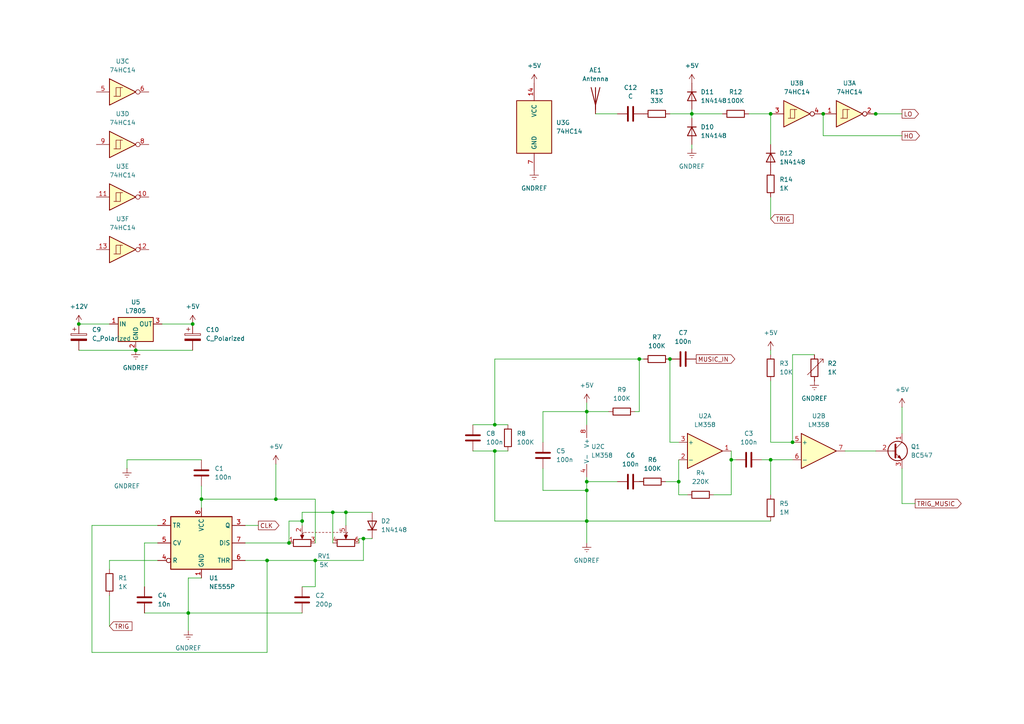
<source format=kicad_sch>
(kicad_sch (version 20231120) (generator "eeschema") (generator_version "8.0")
  (paper "A4")
  (title_block (title "Hossein's musical SSTC") (date "2024-08-23") (rev "1"))
  (lib_symbols
    (symbol "74xx:74HC14" (pin_names (offset 1.016))
      (property "Reference" "U" (at 0 1.27 0))
      (property "Value" "74HC14" (at 0 -1.27 0))
      (symbol "74HC14_1_0"
        (polyline (pts (xy -3.81 3.81) (xy -3.81 -3.81) (xy 3.81 0) (xy -3.81 3.81)) (stroke (width 0.254)) (fill (type background)))
        (pin input line (at -7.62 0 0) (length 3.81) (name "~") (number "1"))
        (pin output inverted (at 7.62 0 180) (length 3.81) (name "~") (number "2"))
      )
      (symbol "74HC14_1_1"
        (polyline (pts (xy -1.905 -1.27) (xy -1.905 1.27) (xy -0.635 1.27)))
        (polyline (pts (xy -2.54 -1.27) (xy -0.635 -1.27) (xy -0.635 1.27) (xy 0 1.27)))
      )
      (symbol "74HC14_2_0"
        (polyline (pts (xy -3.81 3.81) (xy -3.81 -3.81) (xy 3.81 0) (xy -3.81 3.81)) (stroke (width 0.254)) (fill (type background)))
        (pin input line (at -7.62 0 0) (length 3.81) (name "~") (number "3"))
        (pin output inverted (at 7.62 0 180) (length 3.81) (name "~") (number "4"))
      )
      (symbol "74HC14_2_1"
        (polyline (pts (xy -1.905 -1.27) (xy -1.905 1.27) (xy -0.635 1.27)))
        (polyline (pts (xy -2.54 -1.27) (xy -0.635 -1.27) (xy -0.635 1.27) (xy 0 1.27)))
      )
      (symbol "74HC14_3_0"
        (polyline (pts (xy -3.81 3.81) (xy -3.81 -3.81) (xy 3.81 0) (xy -3.81 3.81)) (stroke (width 0.254)) (fill (type background)))
        (pin input line (at -7.62 0 0) (length 3.81) (name "~") (number "5"))
        (pin output inverted (at 7.62 0 180) (length 3.81) (name "~") (number "6"))
      )
      (symbol "74HC14_3_1"
        (polyline (pts (xy -1.905 -1.27) (xy -1.905 1.27) (xy -0.635 1.27)))
        (polyline (pts (xy -2.54 -1.27) (xy -0.635 -1.27) (xy -0.635 1.27) (xy 0 1.27)))
      )
      (symbol "74HC14_4_0"
        (polyline (pts (xy -3.81 3.81) (xy -3.81 -3.81) (xy 3.81 0) (xy -3.81 3.81)) (stroke (width 0.254)) (fill (type background)))
        (pin output inverted (at 7.62 0 180) (length 3.81) (name "~") (number "8"))
        (pin input line (at -7.62 0 0) (length 3.81) (name "~") (number "9"))
      )
      (symbol "74HC14_4_1"
        (polyline (pts (xy -1.905 -1.27) (xy -1.905 1.27) (xy -0.635 1.27)))
        (polyline (pts (xy -2.54 -1.27) (xy -0.635 -1.27) (xy -0.635 1.27) (xy 0 1.27)))
      )
      (symbol "74HC14_5_0"
        (polyline (pts (xy -3.81 3.81) (xy -3.81 -3.81) (xy 3.81 0) (xy -3.81 3.81)) (stroke (width 0.254)) (fill (type background)))
        (pin output inverted (at 7.62 0 180) (length 3.81) (name "~") (number "10"))
        (pin input line (at -7.62 0 0) (length 3.81) (name "~") (number "11"))
      )
      (symbol "74HC14_5_1"
        (polyline (pts (xy -1.905 -1.27) (xy -1.905 1.27) (xy -0.635 1.27)))
        (polyline (pts (xy -2.54 -1.27) (xy -0.635 -1.27) (xy -0.635 1.27) (xy 0 1.27)))
      )
      (symbol "74HC14_6_0"
        (polyline (pts (xy -3.81 3.81) (xy -3.81 -3.81) (xy 3.81 0) (xy -3.81 3.81)) (stroke (width 0.254)) (fill (type background)))
        (pin output inverted (at 7.62 0 180) (length 3.81) (name "~") (number "12"))
        (pin input line (at -7.62 0 0) (length 3.81) (name "~") (number "13"))
      )
      (symbol "74HC14_6_1"
        (polyline (pts (xy -1.905 -1.27) (xy -1.905 1.27) (xy -0.635 1.27)))
        (polyline (pts (xy -2.54 -1.27) (xy -0.635 -1.27) (xy -0.635 1.27) (xy 0 1.27)))
      )
      (symbol "74HC14_7_0"
        (pin power_in line (at 0 12.7 270) (length 5.08) (name "VCC") (number "14"))
        (pin power_in line (at 0 -12.7 90) (length 5.08) (name "GND") (number "7"))
      )
      (symbol "74HC14_7_1"
        (rectangle (start -5.08 7.62) (end 5.08 -7.62) (stroke (width 0.254)) (fill (type background)))
      )
    )
    (symbol "Amplifier_Operational:LM358" (pin_names (offset 0.127))
      (property "Reference" "U" (at 0 5.08 0))
      (property "Value" "LM358" (at 0 -5.08 0))
      (symbol "LM358_1_1"
        (polyline (pts (xy -5.08 5.08) (xy 5.08 0) (xy -5.08 -5.08) (xy -5.08 5.08)) (stroke (width 0.254)) (fill (type background)))
        (pin output line (at 7.62 0 180) (length 2.54) (name "~") (number "1"))
        (pin input line (at -7.62 -2.54 0) (length 2.54) (name "-") (number "2"))
        (pin input line (at -7.62 2.54 0) (length 2.54) (name "+") (number "3"))
      )
      (symbol "LM358_2_1"
        (polyline (pts (xy -5.08 5.08) (xy 5.08 0) (xy -5.08 -5.08) (xy -5.08 5.08)) (stroke (width 0.254)) (fill (type background)))
        (pin input line (at -7.62 2.54 0) (length 2.54) (name "+") (number "5"))
        (pin input line (at -7.62 -2.54 0) (length 2.54) (name "-") (number "6"))
        (pin output line (at 7.62 0 180) (length 2.54) (name "~") (number "7"))
      )
      (symbol "LM358_3_1"
        (pin power_in line (at -2.54 -7.62 90) (length 3.81) (name "V-") (number "4"))
        (pin power_in line (at -2.54 7.62 270) (length 3.81) (name "V+") (number "8"))
      )
    )
    (symbol "Device:Antenna" (pin_numbers hide) (pin_names (offset 1.016) hide)
      (property "Reference" "AE" (at -1.905 1.905 0))
      (property "Value" "Antenna" (at -1.905 0 0))
      (symbol "Antenna_0_1"
        (polyline (pts (xy 0 2.54) (xy 0 -3.81)) (stroke (width 0.254)))
        (polyline (pts (xy 1.27 2.54) (xy 0 -2.54) (xy -1.27 2.54)) (stroke (width 0.254)))
      )
      (symbol "Antenna_1_1"
        (pin input line (at 0 -5.08 90) (length 2.54) (name "A") (number "1"))
      )
    )
    (symbol "Device:C" (pin_numbers hide) (pin_names (offset 0.254))
      (property "Reference" "C" (at 0.635 2.54 0))
      (property "Value" "C" (at 0.635 -2.54 0))
      (symbol "C_0_1"
        (polyline (pts (xy -2.032 -0.762) (xy 2.032 -0.762)) (stroke (width 0.508)))
        (polyline (pts (xy -2.032 0.762) (xy 2.032 0.762)) (stroke (width 0.508)))
      )
      (symbol "C_1_1"
        (pin passive line (at 0 3.81 270) (length 2.794) (name "~") (number "1"))
        (pin passive line (at 0 -3.81 90) (length 2.794) (name "~") (number "2"))
      )
    )
    (symbol "Device:C_Polarized" (pin_numbers hide) (pin_names (offset 0.254))
      (property "Reference" "C" (at 0.635 2.54 0))
      (property "Value" "C_Polarized" (at 0.635 -2.54 0))
      (symbol "C_Polarized_0_1"
        (rectangle (start -2.286 0.508) (end 2.286 1.016))
        (polyline (pts (xy -1.778 2.286) (xy -0.762 2.286)))
        (polyline (pts (xy -1.27 2.794) (xy -1.27 1.778)))
        (rectangle (start 2.286 -0.508) (end -2.286 -1.016) (fill (type outline)))
      )
      (symbol "C_Polarized_1_1"
        (pin passive line (at 0 3.81 270) (length 2.794) (name "~") (number "1"))
        (pin passive line (at 0 -3.81 90) (length 2.794) (name "~") (number "2"))
      )
    )
    (symbol "Device:R" (pin_numbers hide) (pin_names (offset 0))
      (property "Reference" "R" (at 2.032 0 90))
      (property "Value" "R" (at 0 0 90))
      (symbol "R_0_1"
        (rectangle (start -1.016 -2.54) (end 1.016 2.54) (stroke (width 0.254)))
      )
      (symbol "R_1_1"
        (pin passive line (at 0 3.81 270) (length 1.27) (name "~") (number "1"))
        (pin passive line (at 0 -3.81 90) (length 1.27) (name "~") (number "2"))
      )
    )
    (symbol "Device:R_Potentiometer_Dual" (pin_names (offset 1.016) hide)
      (property "Reference" "RV" (at 0 3.81 0))
      (property "Value" "R_Potentiometer_Dual" (at 0 1.905 0))
      (symbol "R_Potentiometer_Dual_0_1"
        (rectangle (start -8.89 -1.524) (end -3.81 -3.556) (stroke (width 0.254)))
        (polyline (pts (xy -6.35 0) (xy -6.35 -1.016)))
        (polyline (pts (xy -6.35 0) (xy -6.35 -1.016)))
        (polyline (pts (xy -6.35 0) (xy -5.842 0.508)))
        (polyline (pts (xy -5.588 0.508) (xy -5.08 0.508)))
        (polyline (pts (xy -4.572 0.508) (xy -4.064 0.508)))
        (polyline (pts (xy -3.556 0.508) (xy -3.048 0.508)))
        (polyline (pts (xy -2.54 0.508) (xy -2.032 0.508)))
        (polyline (pts (xy -1.524 0.508) (xy -1.016 0.508)))
        (polyline (pts (xy -0.508 0.508) (xy 0 0.508)))
        (polyline (pts (xy 0.508 0.508) (xy 1.016 0.508)))
        (polyline (pts (xy 1.524 0.508) (xy 2.032 0.508)))
        (polyline (pts (xy 2.54 0.508) (xy 3.048 0.508)))
        (polyline (pts (xy 3.556 0.508) (xy 4.064 0.508)))
        (polyline (pts (xy 4.572 0.508) (xy 5.08 0.508)))
        (polyline (pts (xy 5.588 0.508) (xy 6.096 0.508)))
        (polyline (pts (xy 6.35 0) (xy 6.35 -1.016)))
        (polyline (pts (xy 6.35 0) (xy 6.35 -1.016)))
        (polyline (pts (xy 6.604 0.508) (xy 6.858 0.508) (xy 6.35 0)))
        (polyline (pts (xy -6.35 -1.397) (xy -6.858 -0.254) (xy -5.842 -0.254) (xy -6.35 -1.397)) (fill (type outline)))
        (polyline (pts (xy 6.35 -1.397) (xy 5.842 -0.254) (xy 6.858 -0.254) (xy 6.35 -1.397)) (fill (type outline)))
        (rectangle (start 3.81 -1.524) (end 8.89 -3.556) (stroke (width 0.254)))
      )
      (symbol "R_Potentiometer_Dual_1_1"
        (pin passive line (at -10.16 -2.54 0) (length 1.27) (name "1") (number "1"))
        (pin passive line (at -6.35 2.54 270) (length 2.54) (name "2") (number "2"))
        (pin passive line (at -2.54 -2.54 180) (length 1.27) (name "3") (number "3"))
        (pin passive line (at 2.54 -2.54 0) (length 1.27) (name "4") (number "4"))
        (pin passive line (at 6.35 2.54 270) (length 2.54) (name "5") (number "5"))
        (pin passive line (at 10.16 -2.54 180) (length 1.27) (name "6") (number "6"))
      )
    )
    (symbol "Device:R_Variable" (pin_numbers hide) (pin_names (offset 0))
      (property "Reference" "R" (at 2.54 -2.54 90))
      (property "Value" "R_Variable" (at -2.54 -1.27 90))
      (symbol "R_Variable_0_1"
        (rectangle (start -1.016 -2.54) (end 1.016 2.54) (stroke (width 0.254)))
        (polyline (pts (xy 2.54 1.524) (xy 2.54 2.54) (xy 1.524 2.54) (xy 2.54 2.54) (xy -2.032 -2.032)))
      )
      (symbol "R_Variable_1_1"
        (pin passive line (at 0 3.81 270) (length 1.27) (name "~") (number "1"))
        (pin passive line (at 0 -3.81 90) (length 1.27) (name "~") (number "2"))
      )
    )
    (symbol "Diode:1N4148" (pin_numbers hide) (pin_names hide)
      (property "Reference" "D" (at 0 2.54 0))
      (property "Value" "1N4148" (at 0 -2.54 0))
      (symbol "1N4148_0_1"
        (polyline (pts (xy -1.27 1.27) (xy -1.27 -1.27)) (stroke (width 0.254)))
        (polyline (pts (xy 1.27 0) (xy -1.27 0)))
        (polyline (pts (xy 1.27 1.27) (xy 1.27 -1.27) (xy -1.27 0) (xy 1.27 1.27)) (stroke (width 0.254)))
      )
      (symbol "1N4148_1_1"
        (pin passive line (at -3.81 0 0) (length 2.54) (name "K") (number "1"))
        (pin passive line (at 3.81 0 180) (length 2.54) (name "A") (number "2"))
      )
    )
    (symbol "Regulator_Linear:L7805" (pin_names (offset 0.254))
      (property "Reference" "U" (at -3.81 3.175 0))
      (property "Value" "L7805" (at 0 3.175 0))
      (symbol "L7805_0_1"
        (rectangle (start -5.08 1.905) (end 5.08 -5.08) (stroke (width 0.254)) (fill (type background)))
      )
      (symbol "L7805_1_1"
        (pin power_in line (at -7.62 0 0) (length 2.54) (name "IN") (number "1"))
        (pin power_in line (at 0 -7.62 90) (length 2.54) (name "GND") (number "2"))
        (pin power_out line (at 7.62 0 180) (length 2.54) (name "OUT") (number "3"))
      )
    )
    (symbol "Timer:NE555P"
      (property "Reference" "U" (at -10.16 8.89 0))
      (property "Value" "NE555P" (at 2.54 8.89 0))
      (symbol "NE555P_0_0"
        (pin power_in line (at 0 -10.16 90) (length 2.54) (name "GND") (number "1"))
        (pin power_in line (at 0 10.16 270) (length 2.54) (name "VCC") (number "8"))
      )
      (symbol "NE555P_0_1"
        (rectangle (start -8.89 -7.62) (end 8.89 7.62) (stroke (width 0.254)) (fill (type background)))
        (rectangle (start -8.89 -7.62) (end 8.89 7.62) (stroke (width 0.254)) (fill (type background)))
      )
      (symbol "NE555P_1_1"
        (pin input line (at -12.7 5.08 0) (length 3.81) (name "TR") (number "2"))
        (pin output line (at 12.7 5.08 180) (length 3.81) (name "Q") (number "3"))
        (pin input inverted (at -12.7 -5.08 0) (length 3.81) (name "R") (number "4"))
        (pin input line (at -12.7 0 0) (length 3.81) (name "CV") (number "5"))
        (pin input line (at 12.7 -5.08 180) (length 3.81) (name "THR") (number "6"))
        (pin input line (at 12.7 0 180) (length 3.81) (name "DIS") (number "7"))
      )
    )
    (symbol "Transistor_BJT:BC547" (pin_names (offset 0) hide)
      (property "Reference" "Q" (at 5.08 1.905 0))
      (property "Value" "BC547" (at 5.08 0 0))
      (symbol "BC547_0_1"
        (polyline (pts (xy 0 0) (xy 0.635 0)))
        (polyline (pts (xy 0.635 0.635) (xy 2.54 2.54)))
        (polyline (pts (xy 0.635 -0.635) (xy 2.54 -2.54) (xy 2.54 -2.54)))
        (polyline (pts (xy 0.635 1.905) (xy 0.635 -1.905) (xy 0.635 -1.905)) (stroke (width 0.508)))
        (polyline (pts (xy 1.27 -1.778) (xy 1.778 -1.27) (xy 2.286 -2.286) (xy 1.27 -1.778) (xy 1.27 -1.778)) (fill (type outline)))
        (circle (center 1.27 0) (radius 2.8194) (stroke (width 0.254)))
      )
      (symbol "BC547_1_1"
        (pin passive line (at 2.54 5.08 270) (length 2.54) (name "C") (number "1"))
        (pin input line (at -5.08 0 0) (length 5.08) (name "B") (number "2"))
        (pin passive line (at 2.54 -5.08 90) (length 2.54) (name "E") (number "3"))
      )
    )
    (symbol "power:+12V" (power) (pin_numbers hide) (pin_names (offset 0) hide)
      (property "Value" "+12V" (at 0 3.556 0))
      (symbol "+12V_0_1"
        (polyline (pts (xy -0.762 1.27) (xy 0 2.54)))
        (polyline (pts (xy 0 0) (xy 0 2.54)))
        (polyline (pts (xy 0 2.54) (xy 0.762 1.27)))
      )
      (symbol "+12V_1_1"
        (pin power_in line (at 0 0 90) (length 0) (name "~") (number "1"))
      )
    )
    (symbol "power:+5V" (power) (pin_numbers hide) (pin_names (offset 0) hide)
      (property "Value" "+5V" (at 0 3.556 0))
      (symbol "+5V_0_1"
        (polyline (pts (xy -0.762 1.27) (xy 0 2.54)))
        (polyline (pts (xy 0 0) (xy 0 2.54)))
        (polyline (pts (xy 0 2.54) (xy 0.762 1.27)))
      )
      (symbol "+5V_1_1"
        (pin power_in line (at 0 0 90) (length 0) (name "~") (number "1"))
      )
    )
    (symbol "power:GNDREF" (power) (pin_numbers hide) (pin_names (offset 0) hide)
      (property "Value" "GNDREF" (at 0 -3.81 0))
      (symbol "GNDREF_0_1"
        (polyline (pts (xy -0.635 -1.905) (xy 0.635 -1.905)))
        (polyline (pts (xy -0.127 -2.54) (xy 0.127 -2.54)))
        (polyline (pts (xy 0 -1.27) (xy 0 0)))
        (polyline (pts (xy 1.27 -1.27) (xy -1.27 -1.27)))
      )
      (symbol "GNDREF_1_1"
        (pin power_in line (at 0 0 270) (length 0) (name "~") (number "1"))
      )
    )
  )
  (junction (at 22.86 93.98))
  (junction (at 54.61 177.8))
  (junction (at 96.52 148.59))
  (junction (at 170.18 142.24))
  (junction (at 170.18 151.13))
  (junction (at 223.52 133.35))
  (junction (at 77.47 162.56))
  (junction (at 80.01 144.78))
  (junction (at 143.51 130.81))
  (junction (at 170.18 119.38))
  (junction (at 194.31 104.14))
  (junction (at 212.09 133.35))
  (junction (at 105.41 156.21))
  (junction (at 83.82 157.48))
  (junction (at 200.66 33.02))
  (junction (at 91.44 162.56))
  (junction (at 196.85 139.7))
  (junction (at 170.18 139.7))
  (junction (at 238.76 33.02))
  (junction (at 254 33.02))
  (junction (at 229.87 128.27))
  (junction (at 185.42 104.14))
  (junction (at 55.88 93.98))
  (junction (at 223.52 33.02))
  (junction (at 143.51 123.19))
  (junction (at 58.42 144.78))
  (junction (at 39.37 101.6))
  (junction (at 100.33 148.59))
  (junction (at 87.63 151.13))
  (wire (pts (xy 200.66 33.02) (xy 209.55 33.02)))
  (wire (pts (xy 245.11 130.81) (xy 254 130.81)))
  (wire (pts (xy 254 33.02) (xy 261.62 33.02)))
  (wire (pts (xy 137.16 130.81) (xy 143.51 130.81)))
  (wire (pts (xy 185.42 104.14) (xy 185.42 119.38)))
  (wire (pts (xy 261.62 118.11) (xy 261.62 125.73)))
  (wire (pts (xy 223.52 128.27) (xy 229.87 128.27)))
  (wire (pts (xy 55.88 93.98) (xy 46.99 93.98)))
  (wire (pts (xy 261.62 146.05) (xy 265.43 146.05)))
  (wire (pts (xy 91.44 162.56) (xy 91.44 170.18)))
  (wire (pts (xy 143.51 130.81) (xy 147.32 130.81)))
  (wire (pts (xy 58.42 144.78) (xy 58.42 147.32)))
  (wire (pts (xy 58.42 144.78) (xy 80.01 144.78)))
  (wire (pts (xy 36.83 133.35) (xy 36.83 135.89)))
  (wire (pts (xy 80.01 134.62) (xy 80.01 144.78)))
  (wire (pts (xy 104.14 157.48) (xy 104.14 156.21)))
  (wire (pts (xy 170.18 157.48) (xy 170.18 151.13)))
  (wire (pts (xy 91.44 162.56) (xy 105.41 162.56)))
  (wire (pts (xy 77.47 162.56) (xy 91.44 162.56)))
  (wire (pts (xy 31.75 162.56) (xy 31.75 165.1)))
  (wire (pts (xy 170.18 138.43) (xy 170.18 139.7)))
  (wire (pts (xy 157.48 135.89) (xy 157.48 142.24)))
  (wire (pts (xy 143.51 151.13) (xy 170.18 151.13)))
  (wire (pts (xy 143.51 123.19) (xy 143.51 104.14)))
  (wire (pts (xy 54.61 167.64) (xy 54.61 177.8)))
  (wire (pts (xy 87.63 152.4) (xy 87.63 151.13)))
  (wire (pts (xy 223.52 41.91) (xy 223.52 33.02)))
  (wire (pts (xy 91.44 144.78) (xy 80.01 144.78)))
  (wire (pts (xy 223.52 133.35) (xy 229.87 133.35)))
  (wire (pts (xy 104.14 156.21) (xy 105.41 156.21)))
  (wire (pts (xy 71.12 162.56) (xy 77.47 162.56)))
  (wire (pts (xy 137.16 123.19) (xy 143.51 123.19)))
  (wire (pts (xy 223.52 63.5) (xy 223.52 57.15)))
  (wire (pts (xy 26.67 152.4) (xy 45.72 152.4)))
  (wire (pts (xy 96.52 148.59) (xy 87.63 148.59)))
  (wire (pts (xy 238.76 33.02) (xy 238.76 39.37)))
  (wire (pts (xy 170.18 116.84) (xy 170.18 119.38)))
  (wire (pts (xy 87.63 170.18) (xy 91.44 170.18)))
  (wire (pts (xy 22.86 101.6) (xy 39.37 101.6)))
  (wire (pts (xy 185.42 139.7) (xy 186.69 139.7)))
  (wire (pts (xy 45.72 162.56) (xy 31.75 162.56)))
  (wire (pts (xy 229.87 102.87) (xy 229.87 128.27)))
  (wire (pts (xy 196.85 143.51) (xy 196.85 139.7)))
  (wire (pts (xy 170.18 139.7) (xy 179.07 139.7)))
  (wire (pts (xy 217.17 33.02) (xy 223.52 33.02)))
  (wire (pts (xy 212.09 133.35) (xy 212.09 143.51)))
  (wire (pts (xy 36.83 133.35) (xy 58.42 133.35)))
  (wire (pts (xy 143.51 130.81) (xy 143.51 151.13)))
  (wire (pts (xy 143.51 123.19) (xy 147.32 123.19)))
  (wire (pts (xy 176.53 119.38) (xy 170.18 119.38)))
  (wire (pts (xy 54.61 167.64) (xy 58.42 167.64)))
  (wire (pts (xy 194.31 128.27) (xy 196.85 128.27)))
  (wire (pts (xy 54.61 177.8) (xy 87.63 177.8)))
  (wire (pts (xy 220.98 133.35) (xy 223.52 133.35)))
  (wire (pts (xy 39.37 101.6) (xy 55.88 101.6)))
  (wire (pts (xy 26.67 189.23) (xy 26.67 152.4)))
  (wire (pts (xy 83.82 151.13) (xy 83.82 157.48)))
  (wire (pts (xy 212.09 130.81) (xy 212.09 133.35)))
  (wire (pts (xy 91.44 157.48) (xy 91.44 144.78)))
  (wire (pts (xy 200.66 34.29) (xy 200.66 33.02)))
  (wire (pts (xy 261.62 135.89) (xy 261.62 146.05)))
  (wire (pts (xy 41.91 157.48) (xy 41.91 170.18)))
  (wire (pts (xy 54.61 182.88) (xy 54.61 177.8)))
  (wire (pts (xy 223.52 110.49) (xy 223.52 128.27)))
  (wire (pts (xy 252.73 33.02) (xy 254 33.02)))
  (wire (pts (xy 77.47 162.56) (xy 77.47 189.23)))
  (wire (pts (xy 157.48 128.27) (xy 157.48 119.38)))
  (wire (pts (xy 58.42 140.97) (xy 58.42 144.78)))
  (wire (pts (xy 71.12 157.48) (xy 83.82 157.48)))
  (wire (pts (xy 170.18 151.13) (xy 223.52 151.13)))
  (wire (pts (xy 74.93 152.4) (xy 71.12 152.4)))
  (wire (pts (xy 100.33 148.59) (xy 96.52 148.59)))
  (wire (pts (xy 41.91 177.8) (xy 54.61 177.8)))
  (wire (pts (xy 199.39 143.51) (xy 196.85 143.51)))
  (wire (pts (xy 83.82 151.13) (xy 87.63 151.13)))
  (wire (pts (xy 157.48 119.38) (xy 170.18 119.38)))
  (wire (pts (xy 223.52 102.87) (xy 223.52 101.6)))
  (wire (pts (xy 170.18 139.7) (xy 170.18 142.24)))
  (wire (pts (xy 212.09 143.51) (xy 207.01 143.51)))
  (wire (pts (xy 196.85 139.7) (xy 196.85 133.35)))
  (wire (pts (xy 213.36 133.35) (xy 212.09 133.35)))
  (wire (pts (xy 170.18 142.24) (xy 170.18 151.13)))
  (wire (pts (xy 96.52 148.59) (xy 96.52 157.48)))
  (wire (pts (xy 261.62 39.37) (xy 238.76 39.37)))
  (wire (pts (xy 157.48 142.24) (xy 170.18 142.24)))
  (wire (pts (xy 172.72 33.02) (xy 179.07 33.02)))
  (wire (pts (xy 105.41 162.56) (xy 105.41 156.21)))
  (wire (pts (xy 185.42 104.14) (xy 186.69 104.14)))
  (wire (pts (xy 236.22 102.87) (xy 229.87 102.87)))
  (wire (pts (xy 100.33 148.59) (xy 100.33 152.4)))
  (wire (pts (xy 87.63 148.59) (xy 87.63 151.13)))
  (wire (pts (xy 77.47 189.23) (xy 26.67 189.23)))
  (wire (pts (xy 22.86 93.98) (xy 31.75 93.98)))
  (wire (pts (xy 194.31 33.02) (xy 200.66 33.02)))
  (wire (pts (xy 45.72 157.48) (xy 41.91 157.48)))
  (wire (pts (xy 200.66 33.02) (xy 200.66 31.75)))
  (wire (pts (xy 200.66 41.91) (xy 200.66 43.18)))
  (wire (pts (xy 107.95 148.59) (xy 100.33 148.59)))
  (wire (pts (xy 223.52 133.35) (xy 223.52 143.51)))
  (wire (pts (xy 143.51 104.14) (xy 185.42 104.14)))
  (wire (pts (xy 193.04 139.7) (xy 196.85 139.7)))
  (wire (pts (xy 170.18 119.38) (xy 170.18 123.19)))
  (wire (pts (xy 185.42 119.38) (xy 184.15 119.38)))
  (wire (pts (xy 31.75 172.72) (xy 31.75 181.61)))
  (wire (pts (xy 194.31 104.14) (xy 194.31 128.27)))
  (wire (pts (xy 105.41 156.21) (xy 107.95 156.21)))
  (global_label "TRIG" (shape input) (at 31.75 181.61 0) (property "Intersheetrefs" "${INTERSHEET_REFS}" (effects (hide yes))))
  (global_label "TRIG" (shape input) (at 223.52 63.5 0) (property "Intersheetrefs" "${INTERSHEET_REFS}" (effects (hide yes))))
  (global_label "TRIG_MUSIC" (shape output) (at 265.43 146.05 0) (property "Intersheetrefs" "${INTERSHEET_REFS}" (effects (hide yes))))
  (global_label "MUSIC_IN" (shape output) (at 201.93 104.14 0) (property "Intersheetrefs" "${INTERSHEET_REFS}" (effects (hide yes))))
  (global_label "HO" (shape output) (at 261.62 39.37 0) (property "Intersheetrefs" "${INTERSHEET_REFS}" (effects (hide yes))))
  (global_label "LO" (shape output) (at 261.62 33.02 0) (property "Intersheetrefs" "${INTERSHEET_REFS}" (effects (hide yes))))
  (global_label "CLK" (shape output) (at 74.93 152.4 0) (property "Intersheetrefs" "${INTERSHEET_REFS}" (effects (hide yes))))
  (symbol (lib_id "Device:R") (at 213.36 33.02 90) (unit 1)
    (property "Reference" "R12" (at 213.36 26.67 90))
    (property "Value" "100K" (at 213.36 29.21 90))
    (property "Description" "Resistor" (effects (hide yes)))
  )
  (symbol (lib_id "power:+5V") (at 223.52 101.6 0) (unit 1)
    (property "Reference" "#PWR07" (effects (hide yes)))
    (property "Value" "+5V" (at 223.52 96.52 0))
    (property "Description" "Power symbol creates a global label with name \"+5V\"" (effects (hide yes)))
  )
  (symbol (lib_id "power:+5V") (at 154.94 24.13 0) (unit 1)
    (property "Reference" "#PWR014" (effects (hide yes)))
    (property "Value" "+5V" (at 154.94 19.05 0))
    (property "Description" "Power symbol creates a global label with name \"+5V\"" (effects (hide yes)))
  )
  (symbol (lib_id "Regulator_Linear:L7805") (at 39.37 93.98 0) (unit 1)
    (property "Reference" "U5" (at 39.37 87.63 0))
    (property "Value" "L7805" (at 39.37 90.17 0))
    (property "Datasheet" "http://www.st.com/content/ccc/resource/technical/document/datasheet/41/4f/b3/b0/12/d4/47/88/CD00000444.pdf/files/CD00000444.pdf/jcr:content/translations/en.CD00000444.pdf" (effects (hide yes)))
    (property "Description" "Positive 1.5A 35V Linear Regulator, Fixed Output 5V, TO-220/TO-263/TO-252" (effects (hide yes)))
  )
  (symbol (lib_id "Device:R") (at 147.32 127 0) (unit 1)
    (property "Reference" "R8" (at 149.86 125.7299 0) (effects (justify left)))
    (property "Value" "100K" (at 149.86 128.2699 0) (effects (justify left)))
    (property "Description" "Resistor" (effects (hide yes)))
  )
  (symbol (lib_id "power:+5V") (at 170.18 116.84 0) (unit 1)
    (property "Reference" "#PWR05" (effects (hide yes)))
    (property "Value" "+5V" (at 170.18 111.76 0))
    (property "Description" "Power symbol creates a global label with name \"+5V\"" (effects (hide yes)))
  )
  (symbol (lib_id "Device:R") (at 203.2 143.51 90) (unit 1)
    (property "Reference" "R4" (at 203.2 137.16 90))
    (property "Value" "220K" (at 203.2 139.7 90))
    (property "Description" "Resistor" (effects (hide yes)))
  )
  (symbol (lib_id "Device:C") (at 182.88 139.7 90) (unit 1)
    (property "Reference" "C6" (at 182.88 132.08 90))
    (property "Value" "100n" (at 182.88 134.62 90))
    (property "Description" "Unpolarized capacitor" (effects (hide yes)))
  )
  (symbol (lib_id "Device:R") (at 223.52 53.34 0) (unit 1)
    (property "Reference" "R14" (at 226.06 52.0699 0) (effects (justify left)))
    (property "Value" "1K" (at 226.06 54.6099 0) (effects (justify left)))
    (property "Description" "Resistor" (effects (hide yes)))
  )
  (symbol (lib_id "power:+12V") (at 22.86 93.98 0) (unit 1)
    (property "Reference" "#PWR015" (effects (hide yes)))
    (property "Value" "+12V" (at 22.86 88.9 0))
    (property "Description" "Power symbol creates a global label with name \"+12V\"" (effects (hide yes)))
  )
  (symbol (lib_id "74xx:74HC14") (at 35.56 26.67 0) (unit 3)
    (property "Reference" "U3" (at 35.56 17.78 0))
    (property "Value" "74HC14" (at 35.56 20.32 0))
    (property "Datasheet" "http://www.ti.com/lit/gpn/sn74HC14" (effects (hide yes)))
    (property "Description" "Hex inverter schmitt trigger" (effects (hide yes)))
  )
  (symbol (lib_id "Device:C_Polarized") (at 55.88 97.79 0) (unit 1)
    (property "Reference" "C10" (at 59.69 95.6309 0) (effects (justify left)))
    (property "Value" "C_Polarized" (at 59.69 98.1709 0) (effects (justify left)))
    (property "Description" "Polarized capacitor" (effects (hide yes)))
  )
  (symbol (lib_id "Device:R") (at 31.75 168.91 0) (unit 1)
    (property "Reference" "R1" (at 34.29 167.6399 0) (effects (justify left)))
    (property "Value" "1K" (at 34.29 170.1799 0) (effects (justify left)))
    (property "Description" "Resistor" (effects (hide yes)))
  )
  (symbol (lib_id "Device:R_Potentiometer_Dual") (at 93.98 154.94 0) (unit 1)
    (property "Reference" "RV1" (at 93.98 161.29 0))
    (property "Value" "5K" (at 93.98 163.83 0))
    (property "Description" "Dual potentiometer" (effects (hide yes)))
  )
  (symbol (lib_id "Device:C") (at 157.48 132.08 0) (unit 1)
    (property "Reference" "C5" (at 161.29 130.8099 0) (effects (justify left)))
    (property "Value" "100n" (at 161.29 133.3499 0) (effects (justify left)))
    (property "Description" "Unpolarized capacitor" (effects (hide yes)))
  )
  (symbol (lib_id "power:+5V") (at 261.62 118.11 0) (unit 1)
    (property "Reference" "#PWR06" (effects (hide yes)))
    (property "Value" "+5V" (at 261.62 113.03 0))
    (property "Description" "Power symbol creates a global label with name \"+5V\"" (effects (hide yes)))
  )
  (symbol (lib_id "Device:C") (at 217.17 133.35 270) (unit 1)
    (property "Reference" "C3" (at 217.17 125.73 90))
    (property "Value" "100n" (at 217.17 128.27 90))
    (property "Description" "Unpolarized capacitor" (effects (hide yes)))
  )
  (symbol (lib_id "Device:R") (at 180.34 119.38 270) (unit 1)
    (property "Reference" "R9" (at 180.34 113.03 90))
    (property "Value" "100K" (at 180.34 115.57 90))
    (property "Description" "Resistor" (effects (hide yes)))
  )
  (symbol (lib_id "74xx:74HC14") (at 35.56 57.15 0) (unit 5)
    (property "Reference" "U3" (at 35.56 48.26 0))
    (property "Value" "74HC14" (at 35.56 50.8 0))
    (property "Datasheet" "http://www.ti.com/lit/gpn/sn74HC14" (effects (hide yes)))
    (property "Description" "Hex inverter schmitt trigger" (effects (hide yes)))
  )
  (symbol (lib_id "Device:R") (at 190.5 104.14 90) (unit 1)
    (property "Reference" "R7" (at 190.5 97.79 90))
    (property "Value" "100K" (at 190.5 100.33 90))
    (property "Description" "Resistor" (effects (hide yes)))
  )
  (symbol (lib_id "Timer:NE555P") (at 58.42 157.48 0) (unit 1)
    (property "Reference" "U1" (at 60.6141 167.64 0) (effects (justify left)))
    (property "Value" "NE555P" (at 60.6141 170.18 0) (effects (justify left)))
    (property "Footprint" "Package_DIP:DIP-8_W7.62mm" (effects (hide yes)))
    (property "Datasheet" "http://www.ti.com/lit/ds/symlink/ne555.pdf" (effects (hide yes)))
    (property "Description" "Precision Timers, 555 compatible,  PDIP-8" (effects (hide yes)))
  )
  (symbol (lib_id "Device:C") (at 58.42 137.16 0) (unit 1)
    (property "Reference" "C1" (at 62.23 135.8899 0) (effects (justify left)))
    (property "Value" "100n" (at 62.23 138.4299 0) (effects (justify left)))
    (property "Description" "Unpolarized capacitor" (effects (hide yes)))
  )
  (symbol (lib_id "Device:R_Variable") (at 236.22 106.68 0) (unit 1)
    (property "Reference" "R2" (at 240.03 105.4099 0) (effects (justify left)))
    (property "Value" "1K" (at 240.03 107.9499 0) (effects (justify left)))
    (property "Description" "Variable resistor" (effects (hide yes)))
  )
  (symbol (lib_id "Device:R") (at 223.52 106.68 0) (unit 1)
    (property "Reference" "R3" (at 226.06 105.4099 0) (effects (justify left)))
    (property "Value" "10K" (at 226.06 107.9499 0) (effects (justify left)))
    (property "Description" "Resistor" (effects (hide yes)))
  )
  (symbol (lib_id "Device:C_Polarized") (at 22.86 97.79 0) (unit 1)
    (property "Reference" "C9" (at 26.67 95.6309 0) (effects (justify left)))
    (property "Value" "C_Polarized" (at 26.67 98.1709 0) (effects (justify left)))
    (property "Description" "Polarized capacitor" (effects (hide yes)))
  )
  (symbol (lib_id "power:GNDREF") (at 170.18 157.48 0) (unit 1)
    (property "Reference" "#PWR04" (effects (hide yes)))
    (property "Value" "GNDREF" (at 170.18 162.56 0))
    (property "Description" "Power symbol creates a global label with name \"GNDREF\" , reference supply ground" (effects (hide yes)))
  )
  (symbol (lib_id "Device:C") (at 87.63 173.99 0) (unit 1)
    (property "Reference" "C2" (at 91.44 172.7199 0) (effects (justify left)))
    (property "Value" "200p" (at 91.44 175.2599 0) (effects (justify left)))
    (property "Description" "Unpolarized capacitor" (effects (hide yes)))
  )
  (symbol (lib_id "power:+5V") (at 80.01 134.62 0) (unit 1)
    (property "Reference" "#PWR02" (effects (hide yes)))
    (property "Value" "+5V" (at 80.01 129.54 0))
    (property "Description" "Power symbol creates a global label with name \"+5V\"" (effects (hide yes)))
  )
  (symbol (lib_id "Device:C") (at 182.88 33.02 90) (unit 1)
    (property "Reference" "C12" (at 182.88 25.4 90))
    (property "Value" "C" (at 182.88 27.94 90))
    (property "Description" "Unpolarized capacitor" (effects (hide yes)))
  )
  (symbol (lib_id "74xx:74HC14") (at 154.94 36.83 0) (unit 7)
    (property "Reference" "U3" (at 161.29 35.5599 0) (effects (justify left)))
    (property "Value" "74HC14" (at 161.29 38.0999 0) (effects (justify left)))
    (property "Datasheet" "http://www.ti.com/lit/gpn/sn74HC14" (effects (hide yes)))
    (property "Description" "Hex inverter schmitt trigger" (effects (hide yes)))
  )
  (symbol (lib_id "power:GNDREF") (at 36.83 135.89 0) (unit 1)
    (property "Reference" "#PWR03" (effects (hide yes)))
    (property "Value" "GNDREF" (at 36.83 140.97 0))
    (property "Description" "Power symbol creates a global label with name \"GNDREF\" , reference supply ground" (effects (hide yes)))
  )
  (symbol (lib_id "power:GNDREF") (at 54.61 182.88 0) (unit 1)
    (property "Reference" "#PWR01" (effects (hide yes)))
    (property "Value" "GNDREF" (at 54.61 187.96 0))
    (property "Description" "Power symbol creates a global label with name \"GNDREF\" , reference supply ground" (effects (hide yes)))
  )
  (symbol (lib_id "Amplifier_Operational:LM358") (at 237.49 130.81 0) (unit 2)
    (property "Reference" "U2" (at 237.49 120.65 0))
    (property "Value" "LM358" (at 237.49 123.19 0))
    (property "Datasheet" "http://www.ti.com/lit/ds/symlink/lm2904-n.pdf" (effects (hide yes)))
    (property "Description" "Low-Power, Dual Operational Amplifiers, DIP-8/SOIC-8/TO-99-8" (effects (hide yes)))
  )
  (symbol (lib_id "Device:R") (at 223.52 147.32 0) (unit 1)
    (property "Reference" "R5" (at 226.06 146.0499 0) (effects (justify left)))
    (property "Value" "1M" (at 226.06 148.5899 0) (effects (justify left)))
    (property "Description" "Resistor" (effects (hide yes)))
  )
  (symbol (lib_id "Device:C") (at 198.12 104.14 90) (unit 1)
    (property "Reference" "C7" (at 198.12 96.52 90))
    (property "Value" "100n" (at 198.12 99.06 90))
    (property "Description" "Unpolarized capacitor" (effects (hide yes)))
  )
  (symbol (lib_id "power:+5V") (at 55.88 93.98 0) (unit 1)
    (property "Reference" "#PWR011" (effects (hide yes)))
    (property "Value" "+5V" (at 55.88 88.9 0))
    (property "Description" "Power symbol creates a global label with name \"+5V\"" (effects (hide yes)))
  )
  (symbol (lib_id "Device:C") (at 41.91 173.99 0) (unit 1)
    (property "Reference" "C4" (at 45.72 172.7199 0) (effects (justify left)))
    (property "Value" "10n" (at 45.72 175.2599 0) (effects (justify left)))
    (property "Description" "Unpolarized capacitor" (effects (hide yes)))
  )
  (symbol (lib_id "Amplifier_Operational:LM358") (at 204.47 130.81 0) (unit 1)
    (property "Reference" "U2" (at 204.47 120.65 0))
    (property "Value" "LM358" (at 204.47 123.19 0))
    (property "Datasheet" "http://www.ti.com/lit/ds/symlink/lm2904-n.pdf" (effects (hide yes)))
    (property "Description" "Low-Power, Dual Operational Amplifiers, DIP-8/SOIC-8/TO-99-8" (effects (hide yes)))
  )
  (symbol (lib_id "Transistor_BJT:BC547") (at 259.08 130.81 0) (unit 1)
    (property "Reference" "Q1" (at 264.16 129.5399 0) (effects (justify left)))
    (property "Value" "BC547" (at 264.16 132.0799 0) (effects (justify left)))
    (property "Footprint" "Package_TO_SOT_THT:TO-92_Inline" (effects (hide yes)))
    (property "Datasheet" "https://www.onsemi.com/pub/Collateral/BC550-D.pdf" (effects (hide yes)))
    (property "Description" "0.1A Ic, 45V Vce, Small Signal NPN Transistor, TO-92" (effects (hide yes)))
  )
  (symbol (lib_id "Diode:1N4148") (at 107.95 152.4 90) (unit 1)
    (property "Reference" "D2" (at 110.49 151.1299 90) (effects (justify right)))
    (property "Value" "1N4148" (at 110.49 153.6699 90) (effects (justify right)))
    (property "Footprint" "Diode_THT:D_DO-35_SOD27_P7.62mm_Horizontal" (effects (hide yes)))
    (property "Datasheet" "https://assets.nexperia.com/documents/data-sheet/1N4148_1N4448.pdf" (effects (hide yes)))
    (property "Description" "100V 0.15A standard switching diode, DO-35" (effects (hide yes)))
    (property "Sim.Device" "D" (effects (hide yes)))
    (property "Sim.Pins" "1=K 2=A" (effects (hide yes)))
  )
  (symbol (lib_id "power:GNDREF") (at 154.94 49.53 0) (unit 1)
    (property "Reference" "#PWR013" (effects (hide yes)))
    (property "Value" "GNDREF" (at 154.94 54.61 0))
    (property "Description" "Power symbol creates a global label with name \"GNDREF\" , reference supply ground" (effects (hide yes)))
  )
  (symbol (lib_id "74xx:74HC14") (at 246.38 33.02 0) (unit 1)
    (property "Reference" "U3" (at 246.38 24.13 0))
    (property "Value" "74HC14" (at 246.38 26.67 0))
    (property "Datasheet" "http://www.ti.com/lit/gpn/sn74HC14" (effects (hide yes)))
    (property "Description" "Hex inverter schmitt trigger" (effects (hide yes)))
  )
  (symbol (lib_id "Amplifier_Operational:LM358") (at 172.72 130.81 0) (unit 3)
    (property "Reference" "U2" (at 171.45 129.5399 0) (effects (justify left)))
    (property "Value" "LM358" (at 171.45 132.0799 0) (effects (justify left)))
    (property "Datasheet" "http://www.ti.com/lit/ds/symlink/lm2904-n.pdf" (effects (hide yes)))
    (property "Description" "Low-Power, Dual Operational Amplifiers, DIP-8/SOIC-8/TO-99-8" (effects (hide yes)))
  )
  (symbol (lib_id "74xx:74HC14") (at 35.56 41.91 0) (unit 4)
    (property "Reference" "U3" (at 35.56 33.02 0))
    (property "Value" "74HC14" (at 35.56 35.56 0))
    (property "Datasheet" "http://www.ti.com/lit/gpn/sn74HC14" (effects (hide yes)))
    (property "Description" "Hex inverter schmitt trigger" (effects (hide yes)))
  )
  (symbol (lib_id "power:GNDREF") (at 200.66 43.18 0) (unit 1)
    (property "Reference" "#PWR012" (effects (hide yes)))
    (property "Value" "GNDREF" (at 200.66 48.26 0))
    (property "Description" "Power symbol creates a global label with name \"GNDREF\" , reference supply ground" (effects (hide yes)))
  )
  (symbol (lib_id "Diode:1N4148") (at 200.66 27.94 270) (unit 1)
    (property "Reference" "D11" (at 203.2 26.6699 90) (effects (justify left)))
    (property "Value" "1N4148" (at 203.2 29.2099 90) (effects (justify left)))
    (property "Footprint" "Diode_THT:D_DO-35_SOD27_P7.62mm_Horizontal" (effects (hide yes)))
    (property "Datasheet" "https://assets.nexperia.com/documents/data-sheet/1N4148_1N4448.pdf" (effects (hide yes)))
    (property "Description" "100V 0.15A standard switching diode, DO-35" (effects (hide yes)))
    (property "Sim.Device" "D" (effects (hide yes)))
    (property "Sim.Pins" "1=K 2=A" (effects (hide yes)))
  )
  (symbol (lib_id "74xx:74HC14") (at 35.56 72.39 0) (unit 6)
    (property "Reference" "U3" (at 35.56 63.5 0))
    (property "Value" "74HC14" (at 35.56 66.04 0))
    (property "Datasheet" "http://www.ti.com/lit/gpn/sn74HC14" (effects (hide yes)))
    (property "Description" "Hex inverter schmitt trigger" (effects (hide yes)))
  )
  (symbol (lib_id "Device:R") (at 189.23 139.7 90) (unit 1)
    (property "Reference" "R6" (at 189.23 133.35 90))
    (property "Value" "100K" (at 189.23 135.89 90))
    (property "Description" "Resistor" (effects (hide yes)))
  )
  (symbol (lib_id "power:+5V") (at 200.66 24.13 0) (unit 1)
    (property "Reference" "#PWR010" (effects (hide yes)))
    (property "Value" "+5V" (at 200.66 19.05 0))
    (property "Description" "Power symbol creates a global label with name \"+5V\"" (effects (hide yes)))
  )
  (symbol (lib_id "Device:Antenna") (at 172.72 27.94 0) (unit 1)
    (property "Reference" "AE1" (at 172.72 20.32 0))
    (property "Value" "Antenna" (at 172.72 22.86 0))
    (property "Description" "Antenna" (effects (hide yes)))
  )
  (symbol (lib_id "Diode:1N4148") (at 223.52 45.72 270) (unit 1)
    (property "Reference" "D12" (at 226.06 44.4499 90) (effects (justify left)))
    (property "Value" "1N4148" (at 226.06 46.9899 90) (effects (justify left)))
    (property "Footprint" "Diode_THT:D_DO-35_SOD27_P7.62mm_Horizontal" (effects (hide yes)))
    (property "Datasheet" "https://assets.nexperia.com/documents/data-sheet/1N4148_1N4448.pdf" (effects (hide yes)))
    (property "Description" "100V 0.15A standard switching diode, DO-35" (effects (hide yes)))
    (property "Sim.Device" "D" (effects (hide yes)))
    (property "Sim.Pins" "1=K 2=A" (effects (hide yes)))
  )
  (symbol (lib_id "74xx:74HC14") (at 231.14 33.02 0) (unit 2)
    (property "Reference" "U3" (at 231.14 24.13 0))
    (property "Value" "74HC14" (at 231.14 26.67 0))
    (property "Datasheet" "http://www.ti.com/lit/gpn/sn74HC14" (effects (hide yes)))
    (property "Description" "Hex inverter schmitt trigger" (effects (hide yes)))
  )
  (symbol (lib_id "Device:C") (at 137.16 127 0) (unit 1)
    (property "Reference" "C8" (at 140.97 125.7299 0) (effects (justify left)))
    (property "Value" "100n" (at 140.97 128.2699 0) (effects (justify left)))
    (property "Description" "Unpolarized capacitor" (effects (hide yes)))
  )
  (symbol (lib_id "power:GNDREF") (at 236.22 110.49 0) (unit 1)
    (property "Reference" "#PWR08" (effects (hide yes)))
    (property "Value" "GNDREF" (at 236.22 115.57 0))
    (property "Description" "Power symbol creates a global label with name \"GNDREF\" , reference supply ground" (effects (hide yes)))
  )
  (symbol (lib_id "Diode:1N4148") (at 200.66 38.1 270) (unit 1)
    (property "Reference" "D10" (at 203.2 36.8299 90) (effects (justify left)))
    (property "Value" "1N4148" (at 203.2 39.3699 90) (effects (justify left)))
    (property "Footprint" "Diode_THT:D_DO-35_SOD27_P7.62mm_Horizontal" (effects (hide yes)))
    (property "Datasheet" "https://assets.nexperia.com/documents/data-sheet/1N4148_1N4448.pdf" (effects (hide yes)))
    (property "Description" "100V 0.15A standard switching diode, DO-35" (effects (hide yes)))
    (property "Sim.Device" "D" (effects (hide yes)))
    (property "Sim.Pins" "1=K 2=A" (effects (hide yes)))
  )
  (symbol (lib_id "power:GNDREF") (at 39.37 101.6 0) (unit 1)
    (property "Reference" "#PWR09" (effects (hide yes)))
    (property "Value" "GNDREF" (at 39.37 106.68 0))
    (property "Description" "Power symbol creates a global label with name \"GNDREF\" , reference supply ground" (effects (hide yes)))
  )
  (symbol (lib_id "Device:R") (at 190.5 33.02 270) (unit 1)
    (property "Reference" "R13" (at 190.5 26.67 90))
    (property "Value" "33K" (at 190.5 29.21 90))
    (property "Description" "Resistor" (effects (hide yes)))
  )
  (sheet (at 332.74 1.27) (size 62.23 46.99) (stroke (width 0.1524))
    (property "Sheetname" "full-bridge-driver" (at 332.74 0.5584 0) (effects (justify left bottom)))
    (property "Sheetfile" "full-bridge.kicad_sch" (at 332.74 48.8446 0) (effects (justify left top)))
  )
)
</source>
